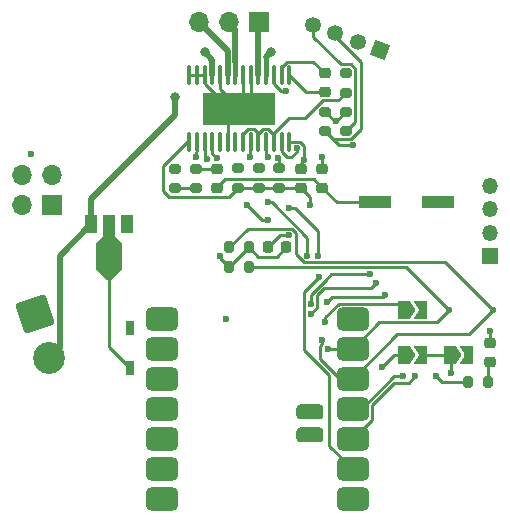
<source format=gbr>
%TF.GenerationSoftware,KiCad,Pcbnew,8.0.4*%
%TF.CreationDate,2025-06-19T10:42:41-04:00*%
%TF.ProjectId,foc_pcb,666f635f-7063-4622-9e6b-696361645f70,2.0*%
%TF.SameCoordinates,Original*%
%TF.FileFunction,Copper,L1,Top*%
%TF.FilePolarity,Positive*%
%FSLAX46Y46*%
G04 Gerber Fmt 4.6, Leading zero omitted, Abs format (unit mm)*
G04 Created by KiCad (PCBNEW 8.0.4) date 2025-06-19 10:42:41*
%MOMM*%
%LPD*%
G01*
G04 APERTURE LIST*
G04 Aperture macros list*
%AMRoundRect*
0 Rectangle with rounded corners*
0 $1 Rounding radius*
0 $2 $3 $4 $5 $6 $7 $8 $9 X,Y pos of 4 corners*
0 Add a 4 corners polygon primitive as box body*
4,1,4,$2,$3,$4,$5,$6,$7,$8,$9,$2,$3,0*
0 Add four circle primitives for the rounded corners*
1,1,$1+$1,$2,$3*
1,1,$1+$1,$4,$5*
1,1,$1+$1,$6,$7*
1,1,$1+$1,$8,$9*
0 Add four rect primitives between the rounded corners*
20,1,$1+$1,$2,$3,$4,$5,0*
20,1,$1+$1,$4,$5,$6,$7,0*
20,1,$1+$1,$6,$7,$8,$9,0*
20,1,$1+$1,$8,$9,$2,$3,0*%
%AMHorizOval*
0 Thick line with rounded ends*
0 $1 width*
0 $2 $3 position (X,Y) of the first rounded end (center of the circle)*
0 $4 $5 position (X,Y) of the second rounded end (center of the circle)*
0 Add line between two ends*
20,1,$1,$2,$3,$4,$5,0*
0 Add two circle primitives to create the rounded ends*
1,1,$1,$2,$3*
1,1,$1,$4,$5*%
%AMRotRect*
0 Rectangle, with rotation*
0 The origin of the aperture is its center*
0 $1 length*
0 $2 width*
0 $3 Rotation angle, in degrees counterclockwise*
0 Add horizontal line*
21,1,$1,$2,0,0,$3*%
%AMFreePoly0*
4,1,21,3.853536,1.103536,4.753536,0.203536,4.755000,0.200000,4.755000,-0.200000,4.753536,-0.203536,3.853536,-1.103536,3.850000,-1.105000,1.650000,-1.105000,1.646464,-1.103536,1.047928,-0.505000,-0.750000,-0.505000,-0.753536,-0.503536,-0.755000,-0.500000,-0.755000,0.500000,-0.753536,0.503536,-0.750000,0.505000,1.047928,0.505000,1.646464,1.103536,1.650000,1.105000,3.850000,1.105000,
3.853536,1.103536,3.853536,1.103536,$1*%
%AMFreePoly1*
4,1,6,1.000000,0.000000,0.500000,-0.750000,-0.500000,-0.750000,-0.500000,0.750000,0.500000,0.750000,1.000000,0.000000,1.000000,0.000000,$1*%
%AMFreePoly2*
4,1,6,0.500000,-0.750000,-0.650000,-0.750000,-0.150000,0.000000,-0.650000,0.750000,0.500000,0.750000,0.500000,-0.750000,0.500000,-0.750000,$1*%
G04 Aperture macros list end*
%TA.AperFunction,SMDPad,CuDef*%
%ADD10RoundRect,0.200000X-0.275000X0.200000X-0.275000X-0.200000X0.275000X-0.200000X0.275000X0.200000X0*%
%TD*%
%TA.AperFunction,SMDPad,CuDef*%
%ADD11RoundRect,0.218750X-0.256250X0.218750X-0.256250X-0.218750X0.256250X-0.218750X0.256250X0.218750X0*%
%TD*%
%TA.AperFunction,SMDPad,CuDef*%
%ADD12R,2.692400X1.092200*%
%TD*%
%TA.AperFunction,SMDPad,CuDef*%
%ADD13RoundRect,0.200000X0.200000X0.275000X-0.200000X0.275000X-0.200000X-0.275000X0.200000X-0.275000X0*%
%TD*%
%TA.AperFunction,SMDPad,CuDef*%
%ADD14RoundRect,0.225000X0.250000X-0.225000X0.250000X0.225000X-0.250000X0.225000X-0.250000X-0.225000X0*%
%TD*%
%TA.AperFunction,ComponentPad*%
%ADD15RoundRect,0.250001X-1.386080X0.706243X-0.706243X-1.386080X1.386080X-0.706243X0.706243X1.386080X0*%
%TD*%
%TA.AperFunction,ComponentPad*%
%ADD16C,2.700000*%
%TD*%
%TA.AperFunction,SMDPad,CuDef*%
%ADD17RoundRect,0.500000X0.875000X0.500000X-0.875000X0.500000X-0.875000X-0.500000X0.875000X-0.500000X0*%
%TD*%
%TA.AperFunction,SMDPad,CuDef*%
%ADD18RoundRect,0.317500X-0.825500X0.317500X-0.825500X-0.317500X0.825500X-0.317500X0.825500X0.317500X0*%
%TD*%
%TA.AperFunction,SMDPad,CuDef*%
%ADD19RoundRect,0.225000X-0.225000X-0.250000X0.225000X-0.250000X0.225000X0.250000X-0.225000X0.250000X0*%
%TD*%
%TA.AperFunction,ComponentPad*%
%ADD20R,1.700000X1.700000*%
%TD*%
%TA.AperFunction,ComponentPad*%
%ADD21O,1.700000X1.700000*%
%TD*%
%TA.AperFunction,SMDPad,CuDef*%
%ADD22R,0.730000X1.210000*%
%TD*%
%TA.AperFunction,ComponentPad*%
%ADD23R,1.350000X1.350000*%
%TD*%
%TA.AperFunction,ComponentPad*%
%ADD24O,1.350000X1.350000*%
%TD*%
%TA.AperFunction,SMDPad,CuDef*%
%ADD25R,1.000000X1.500000*%
%TD*%
%TA.AperFunction,SMDPad,CuDef*%
%ADD26FreePoly0,270.000000*%
%TD*%
%TA.AperFunction,SMDPad,CuDef*%
%ADD27RoundRect,0.200000X0.275000X-0.200000X0.275000X0.200000X-0.275000X0.200000X-0.275000X-0.200000X0*%
%TD*%
%TA.AperFunction,ComponentPad*%
%ADD28RotRect,1.350000X1.350000X250.000000*%
%TD*%
%TA.AperFunction,ComponentPad*%
%ADD29HorizOval,1.350000X0.000000X0.000000X0.000000X0.000000X0*%
%TD*%
%TA.AperFunction,SMDPad,CuDef*%
%ADD30O,0.343000X1.731500*%
%TD*%
%TA.AperFunction,SMDPad,CuDef*%
%ADD31R,6.200000X2.750000*%
%TD*%
%TA.AperFunction,SMDPad,CuDef*%
%ADD32FreePoly1,0.000000*%
%TD*%
%TA.AperFunction,SMDPad,CuDef*%
%ADD33FreePoly2,0.000000*%
%TD*%
%TA.AperFunction,SMDPad,CuDef*%
%ADD34RoundRect,0.225000X-0.250000X0.225000X-0.250000X-0.225000X0.250000X-0.225000X0.250000X0.225000X0*%
%TD*%
%TA.AperFunction,SMDPad,CuDef*%
%ADD35RoundRect,0.200000X-0.200000X-0.275000X0.200000X-0.275000X0.200000X0.275000X-0.200000X0.275000X0*%
%TD*%
%TA.AperFunction,ViaPad*%
%ADD36C,0.600000*%
%TD*%
%TA.AperFunction,ViaPad*%
%ADD37C,0.800000*%
%TD*%
%TA.AperFunction,Conductor*%
%ADD38C,0.250000*%
%TD*%
%TA.AperFunction,Conductor*%
%ADD39C,0.525000*%
%TD*%
%TA.AperFunction,Conductor*%
%ADD40C,0.450000*%
%TD*%
G04 APERTURE END LIST*
D10*
%TO.P,R1,1*%
%TO.N,/en*%
X319532000Y-134594000D03*
%TO.P,R1,2*%
%TO.N,Net-(U1-EN1)*%
X319532000Y-136244000D03*
%TD*%
D11*
%TO.P,D1,1,K*%
%TO.N,GND*%
X331724000Y-157480000D03*
%TO.P,D1,2,A*%
%TO.N,Net-(D1-A)*%
X331724000Y-159055000D03*
%TD*%
D12*
%TO.P,C5,1*%
%TO.N,VCC*%
X321957700Y-145542000D03*
%TO.P,C5,2*%
%TO.N,GND*%
X327266300Y-145542000D03*
%TD*%
D13*
%TO.P,R7,1*%
%TO.N,+3.3V*%
X311264000Y-149352000D03*
%TO.P,R7,2*%
%TO.N,/sda*%
X309614000Y-149352000D03*
%TD*%
D14*
%TO.P,C2,1*%
%TO.N,Net-(U1-CPL)*%
X317754000Y-136157000D03*
%TO.P,C2,2*%
%TO.N,Net-(U1-CPH)*%
X317754000Y-134607000D03*
%TD*%
D15*
%TO.P,J2,1,Pin_1*%
%TO.N,GND*%
X293162292Y-154983815D03*
D16*
%TO.P,J2,2,Pin_2*%
%TO.N,VCC*%
X294386000Y-158750000D03*
%TD*%
D17*
%TO.P,U3,1,PA02_A0_D0*%
%TO.N,/en*%
X320075517Y-170629833D03*
%TO.P,U3,2,PA4_A1_D1*%
%TO.N,/in1*%
X320075517Y-168089833D03*
%TO.P,U3,3,PA10_A2_D2*%
%TO.N,/in2*%
X320075517Y-165549833D03*
%TO.P,U3,4,PA11_A3_D3*%
%TO.N,/in3*%
X320075517Y-163009833D03*
%TO.P,U3,5,PA8_A4_D4_SDA*%
%TO.N,/sda*%
X320075517Y-160469833D03*
%TO.P,U3,6,PA9_A5_D5_SCL*%
%TO.N,/scl*%
X320075517Y-157929833D03*
%TO.P,U3,7,PB08_D6_TX*%
%TO.N,unconnected-(U3-PB08_D6_TX-Pad7)*%
X320075517Y-155389833D03*
%TO.P,U3,8,PB09_D7_RX*%
%TO.N,unconnected-(U3-PB09_D7_RX-Pad8)*%
X303910517Y-155389833D03*
%TO.P,U3,9,PA7_A8_D8_SCK*%
%TO.N,/esp_scl*%
X303910517Y-157929833D03*
%TO.P,U3,10,PA5_A9_D9_MISO*%
%TO.N,/esp_sda*%
X303910517Y-160469833D03*
%TO.P,U3,11,PA6_A10_D10_MOSI*%
%TO.N,unconnected-(U3-PA6_A10_D10_MOSI-Pad11)*%
X303910517Y-163009833D03*
%TO.P,U3,12,3V3*%
%TO.N,Net-(JP3-A)*%
X303910517Y-165549833D03*
%TO.P,U3,13,GND*%
%TO.N,GND*%
X303910517Y-168089833D03*
%TO.P,U3,14,5V*%
%TO.N,Net-(JP2-A)*%
X303910517Y-170629833D03*
D18*
%TO.P,U3,15,BAT+*%
%TO.N,unconnected-(U3-BAT+-Pad15)*%
X316465517Y-163304833D03*
%TO.P,U3,16,BAT-*%
%TO.N,unconnected-(U3-BAT--Pad16)*%
X316465516Y-165209833D03*
%TD*%
D19*
%TO.P,C4,1*%
%TO.N,GND*%
X312915000Y-149352000D03*
%TO.P,C4,2*%
%TO.N,+3.3V*%
X314465000Y-149352000D03*
%TD*%
D20*
%TO.P,J1,1,Pin_1*%
%TO.N,/out1*%
X312166000Y-130302000D03*
D21*
%TO.P,J1,2,Pin_2*%
%TO.N,/out2*%
X309626001Y-130302000D03*
%TO.P,J1,3,Pin_3*%
%TO.N,/out3*%
X307086001Y-130302000D03*
%TD*%
D22*
%TO.P,D2,A*%
%TO.N,+5V*%
X301244000Y-159569998D03*
%TO.P,D2,C*%
%TO.N,Net-(JP2-A)*%
X301244000Y-156210000D03*
%TD*%
D23*
%TO.P,J4,1,Pin_1*%
%TO.N,GND*%
X331724000Y-150114000D03*
D24*
%TO.P,J4,2,Pin_2*%
%TO.N,+3.3V*%
X331724000Y-148113999D03*
%TO.P,J4,3,Pin_3*%
%TO.N,/sda*%
X331724000Y-146114000D03*
%TO.P,J4,4,Pin_4*%
%TO.N,/scl*%
X331724000Y-144114000D03*
%TD*%
D25*
%TO.P,VR1,1,ADJUSTMENT*%
%TO.N,Net-(VR1-ADJUSTMENT)*%
X300966000Y-147352000D03*
D26*
%TO.P,VR1,2,OUTPUT*%
%TO.N,+5V*%
X299466000Y-147351999D03*
D25*
%TO.P,VR1,3,INPUT*%
%TO.N,VCC*%
X297966000Y-147352000D03*
%TD*%
D27*
%TO.P,R4,1*%
%TO.N,Net-(VR1-ADJUSTMENT)*%
X306832000Y-144335000D03*
%TO.P,R4,2*%
%TO.N,GND*%
X306832000Y-142685000D03*
%TD*%
D28*
%TO.P,J5,1,Pin_1*%
%TO.N,GND*%
X322376156Y-132608121D03*
D29*
%TO.P,J5,2,Pin_2*%
%TO.N,unconnected-(J5-Pin_2-Pad2)*%
X320496771Y-131924081D03*
%TO.P,J5,3,Pin_3*%
%TO.N,/esp_sda*%
X318617386Y-131240039D03*
%TO.P,J5,4,Pin_4*%
%TO.N,/esp_scl*%
X316738000Y-130556000D03*
%TD*%
D30*
%TO.P,U1,1,CPL*%
%TO.N,Net-(U1-CPL)*%
X314706000Y-134730000D03*
%TO.P,U1,2,CPH*%
%TO.N,Net-(U1-CPH)*%
X314056000Y-134730000D03*
%TO.P,U1,3,VCP*%
%TO.N,Net-(U1-VCP)*%
X313406000Y-134730000D03*
%TO.P,U1,4,VM*%
%TO.N,VCC*%
X312756000Y-134730000D03*
%TO.P,U1,5,OUT1*%
%TO.N,/out1*%
X312106000Y-134729999D03*
%TO.P,U1,6,PGND1*%
%TO.N,GND*%
X311456000Y-134730000D03*
%TO.P,U1,7,PGND2*%
X310806000Y-134730000D03*
%TO.P,U1,8,OUT2*%
%TO.N,/out2*%
X310156000Y-134730000D03*
%TO.P,U1,9,OUT3*%
%TO.N,/out3*%
X309506000Y-134730000D03*
%TO.P,U1,10,PGND3*%
%TO.N,GND*%
X308856000Y-134729999D03*
%TO.P,U1,11,VM*%
%TO.N,VCC*%
X308206000Y-134730000D03*
%TO.P,U1,12,COMPP*%
%TO.N,GND*%
X307556000Y-134730000D03*
%TO.P,U1,13,COMPN*%
X306906000Y-134730000D03*
%TO.P,U1,14,GND*%
X306256000Y-134730000D03*
%TO.P,U1,15,V3P3*%
%TO.N,/v3p3*%
X306256000Y-140462000D03*
%TO.P,U1,16,~{RESET}*%
%TO.N,/nRes*%
X306906000Y-140462000D03*
%TO.P,U1,17,~{SLEEP}*%
%TO.N,/nSlp*%
X307556000Y-140462000D03*
%TO.P,U1,18,~{FAULT}*%
%TO.N,/fault*%
X308206000Y-140462000D03*
%TO.P,U1,19,~{COMPO}*%
%TO.N,unconnected-(U1-~{COMPO}-Pad19)*%
X308856000Y-140462001D03*
%TO.P,U1,20,GND*%
%TO.N,GND*%
X309506000Y-140462000D03*
%TO.P,U1,21,NC*%
%TO.N,unconnected-(U1-NC-Pad21)*%
X310156000Y-140462000D03*
%TO.P,U1,22,EN3*%
%TO.N,Net-(U1-EN1)*%
X310806000Y-140462000D03*
%TO.P,U1,23,IN3*%
%TO.N,/in3*%
X311456000Y-140462000D03*
%TO.P,U1,24,EN2*%
%TO.N,Net-(U1-EN1)*%
X312106000Y-140462001D03*
%TO.P,U1,25,IN2*%
%TO.N,/in2*%
X312756000Y-140462000D03*
%TO.P,U1,26,EN1*%
%TO.N,Net-(U1-EN1)*%
X313406000Y-140462000D03*
%TO.P,U1,27,IN1*%
%TO.N,/in1*%
X314056000Y-140462000D03*
%TO.P,U1,28,GND*%
%TO.N,GND*%
X314706000Y-140462000D03*
D31*
%TO.P,U1,29,EXP*%
X310481000Y-137596000D03*
%TD*%
D10*
%TO.P,R6,1*%
%TO.N,/nRes*%
X310388000Y-142635000D03*
%TO.P,R6,2*%
%TO.N,/v3p3*%
X310388000Y-144285000D03*
%TD*%
D32*
%TO.P,JP3,1,A*%
%TO.N,Net-(JP3-A)*%
X324432000Y-158496000D03*
D33*
%TO.P,JP3,2,B*%
%TO.N,+3.3V*%
X325882000Y-158496000D03*
%TD*%
D34*
%TO.P,C1,1*%
%TO.N,Net-(U1-VCP)*%
X317500000Y-142735000D03*
%TO.P,C1,2*%
%TO.N,VCC*%
X317500000Y-144285000D03*
%TD*%
D27*
%TO.P,R10,1*%
%TO.N,/esp_scl*%
X319532000Y-139509000D03*
%TO.P,R10,2*%
%TO.N,+3.3V*%
X319532000Y-137859000D03*
%TD*%
D10*
%TO.P,R9,1*%
%TO.N,/fault*%
X313884000Y-142635000D03*
%TO.P,R9,2*%
%TO.N,/v3p3*%
X313884000Y-144285000D03*
%TD*%
D35*
%TO.P,R2,1*%
%TO.N,+5V*%
X329883000Y-160782000D03*
%TO.P,R2,2*%
%TO.N,Net-(D1-A)*%
X331533000Y-160782000D03*
%TD*%
D32*
%TO.P,JP2,1,A*%
%TO.N,Net-(JP2-A)*%
X324432000Y-154686000D03*
D33*
%TO.P,JP2,2,B*%
%TO.N,+5V*%
X325882000Y-154686000D03*
%TD*%
D14*
%TO.P,C3,1*%
%TO.N,VCC*%
X308610000Y-144285000D03*
%TO.P,C3,2*%
%TO.N,GND*%
X308610000Y-142735000D03*
%TD*%
D35*
%TO.P,R5,1*%
%TO.N,+3.3V*%
X309614000Y-151003000D03*
%TO.P,R5,2*%
%TO.N,/scl*%
X311264000Y-151003000D03*
%TD*%
D20*
%TO.P,J3,1,Pin_1*%
%TO.N,GND*%
X294640000Y-145796000D03*
D21*
%TO.P,J3,2,Pin_2*%
X292100000Y-145796000D03*
%TO.P,J3,3,Pin_3*%
%TO.N,+5V*%
X294640000Y-143256000D03*
%TO.P,J3,4,Pin_4*%
%TO.N,+3.3V*%
X292100000Y-143256000D03*
%TD*%
D34*
%TO.P,C6,1*%
%TO.N,GND*%
X315722000Y-142748000D03*
%TO.P,C6,2*%
%TO.N,/v3p3*%
X315722000Y-144298000D03*
%TD*%
D27*
%TO.P,R11,1*%
%TO.N,/esp_sda*%
X317754000Y-139509000D03*
%TO.P,R11,2*%
%TO.N,+3.3V*%
X317754000Y-137859000D03*
%TD*%
D32*
%TO.P,JP1,1,A*%
%TO.N,+3.3V*%
X328279000Y-158496000D03*
D33*
%TO.P,JP1,2,B*%
%TO.N,/v3p3*%
X329729000Y-158496000D03*
%TD*%
D10*
%TO.P,R3,1*%
%TO.N,+5V*%
X305054000Y-142685000D03*
%TO.P,R3,2*%
%TO.N,Net-(VR1-ADJUSTMENT)*%
X305054000Y-144335000D03*
%TD*%
%TO.P,R8,1*%
%TO.N,/nSlp*%
X312166000Y-142635000D03*
%TO.P,R8,2*%
%TO.N,/v3p3*%
X312166000Y-144285000D03*
%TD*%
D36*
%TO.N,GND*%
X331724000Y-156464000D03*
X315976000Y-141986000D03*
X311912000Y-136906000D03*
X308864000Y-137922000D03*
X310896000Y-136906000D03*
X306832000Y-142748000D03*
X309880000Y-137922000D03*
X314706000Y-148336000D03*
X310896000Y-137922000D03*
X303910517Y-168089833D03*
X309880000Y-136906000D03*
X308864000Y-136906000D03*
X327152000Y-145542000D03*
X311912000Y-137922000D03*
%TO.N,+3.3V*%
X309372000Y-155448000D03*
X318707000Y-138684000D03*
X292862000Y-141478000D03*
X328422000Y-160020000D03*
X308864000Y-150114000D03*
D37*
%TO.N,VCC*%
X305054000Y-136652000D03*
X307594000Y-132842000D03*
D36*
X308610000Y-144272000D03*
D37*
X313182000Y-132842000D03*
D36*
%TO.N,Net-(U1-VCP)*%
X317500000Y-141732000D03*
X314452000Y-136144000D03*
%TO.N,+5V*%
X325936903Y-154686336D03*
X299466000Y-147320000D03*
X327152000Y-160274000D03*
X305054000Y-142685000D03*
%TO.N,/v3p3*%
X329783903Y-158496618D03*
X316484000Y-145796000D03*
%TO.N,Net-(JP2-A)*%
X303973727Y-170635947D03*
X317754000Y-155702000D03*
X301244000Y-156210000D03*
%TO.N,Net-(JP3-A)*%
X303910517Y-165549833D03*
X322580000Y-159512000D03*
%TO.N,/sda*%
X317453299Y-157155948D03*
X331978000Y-154686000D03*
%TO.N,/scl*%
X328242000Y-154686000D03*
X318008000Y-157988000D03*
%TO.N,/nSlp*%
X307722741Y-141842095D03*
X312166000Y-142635000D03*
%TO.N,/fault*%
X313732478Y-141744677D03*
X308560481Y-141785001D03*
%TO.N,/nRes*%
X306832000Y-141732000D03*
X310388000Y-142635000D03*
%TO.N,/esp_sda*%
X303910517Y-160469833D03*
X322072000Y-152400000D03*
X320084000Y-140716000D03*
X316528000Y-154978003D03*
%TO.N,/esp_scl*%
X321564000Y-151638000D03*
X316528000Y-154178000D03*
X303910517Y-157929833D03*
X319532000Y-139446000D03*
%TO.N,/en*%
X320075517Y-170629833D03*
X319532000Y-134620000D03*
X322834000Y-153416000D03*
X317921647Y-154010353D03*
%TO.N,/in1*%
X315377500Y-140970000D03*
X317111881Y-150074001D03*
X314706000Y-146050000D03*
X317246000Y-151892000D03*
%TO.N,/in2*%
X312928000Y-145542000D03*
X312928000Y-141732000D03*
X325374000Y-160274000D03*
X316239323Y-150074000D03*
%TO.N,/in3*%
X324358000Y-160274000D03*
X311404000Y-141732000D03*
X311150000Y-145796000D03*
X312928000Y-147066000D03*
%TO.N,Net-(VR1-ADJUSTMENT)*%
X305054000Y-144335000D03*
X300966000Y-147352000D03*
%TD*%
D38*
%TO.N,GND*%
X306832000Y-142748000D02*
X307010000Y-142685000D01*
X315976000Y-140787854D02*
X315976000Y-141986000D01*
X314706000Y-140462000D02*
X314750000Y-140418000D01*
X306832000Y-142685000D02*
X306832000Y-142748000D01*
X309880000Y-136906000D02*
X309880000Y-136995000D01*
X312915000Y-149352000D02*
X313931000Y-148336000D01*
X308864000Y-136784407D02*
X308864000Y-136906000D01*
X310806000Y-134730000D02*
X310806000Y-137271000D01*
X309675593Y-137596000D02*
X309880000Y-137922000D01*
X306845000Y-142735000D02*
X306832000Y-142748000D01*
X310806000Y-137271000D02*
X310481000Y-137596000D01*
X307556000Y-134730000D02*
X307556000Y-135476407D01*
X309506000Y-138571000D02*
X310481000Y-137596000D01*
X315722000Y-142240000D02*
X315976000Y-141986000D01*
X315722000Y-142748000D02*
X315722000Y-142240000D01*
X313931000Y-148336000D02*
X314706000Y-148336000D01*
X311456000Y-136621000D02*
X310481000Y-137596000D01*
X308856000Y-135971000D02*
X309791000Y-136906000D01*
X308985593Y-136906000D02*
X309675593Y-137596000D01*
X309880000Y-137922000D02*
X310481000Y-137596000D01*
X311456000Y-134730000D02*
X311456000Y-136621000D01*
X306256000Y-134730000D02*
X306906000Y-134730000D01*
X314750000Y-140418000D02*
X315606146Y-140418000D01*
X315606146Y-140418000D02*
X315976000Y-140787854D01*
X307556000Y-135476407D02*
X308864000Y-136784407D01*
X308610000Y-142735000D02*
X306845000Y-142735000D01*
X331724000Y-157480000D02*
X331724000Y-156464000D01*
X307556000Y-134730000D02*
X306906000Y-134730000D01*
X309506000Y-140462000D02*
X309506000Y-138571000D01*
X309880000Y-136995000D02*
X310481000Y-137596000D01*
X309791000Y-136906000D02*
X309880000Y-136906000D01*
X308856000Y-134729999D02*
X308856000Y-135971000D01*
X308864000Y-136906000D02*
X308985593Y-136906000D01*
%TO.N,+3.3V*%
X308864000Y-150114000D02*
X308864000Y-150253000D01*
X325882000Y-158496000D02*
X328279000Y-158496000D01*
X328422000Y-160020000D02*
X328422000Y-158639000D01*
X318707000Y-138684000D02*
X319532000Y-137859000D01*
X308864000Y-150253000D02*
X309614000Y-151003000D01*
X309614000Y-151002000D02*
X311264000Y-149352000D01*
X312064000Y-150152000D02*
X313665000Y-150152000D01*
X318579000Y-138684000D02*
X318707000Y-138684000D01*
X311264000Y-149352000D02*
X312064000Y-150152000D01*
X313665000Y-150152000D02*
X314465000Y-149352000D01*
X309614000Y-151003000D02*
X309614000Y-151002000D01*
X317754000Y-137859000D02*
X318579000Y-138684000D01*
X328422000Y-158639000D02*
X328279000Y-158496000D01*
%TO.N,Net-(U1-CPL)*%
X317754000Y-136157000D02*
X316133000Y-136157000D01*
X316133000Y-136157000D02*
X314706000Y-134730000D01*
%TO.N,Net-(U1-CPH)*%
X314530581Y-133612250D02*
X316759250Y-133612250D01*
X314056000Y-134730000D02*
X314056000Y-134086831D01*
X314056000Y-134086831D02*
X314530581Y-133612250D01*
X316759250Y-133612250D02*
X317754000Y-134607000D01*
%TO.N,VCC*%
X308610000Y-144285000D02*
X308610000Y-144285000D01*
X316811000Y-143596000D02*
X309299000Y-143596000D01*
D39*
X297966000Y-145264000D02*
X297966000Y-147352000D01*
X295264985Y-150053015D02*
X297966000Y-147352000D01*
X307594000Y-132842000D02*
X308206000Y-133454000D01*
X308206000Y-133454000D02*
X308206000Y-134730000D01*
D38*
X309299000Y-143596000D02*
X308623000Y-144272000D01*
D39*
X305054000Y-136652000D02*
X305054000Y-138176000D01*
X305054000Y-138176000D02*
X297966000Y-145264000D01*
D38*
X318757000Y-145542000D02*
X317500000Y-144285000D01*
D39*
X312756000Y-133268000D02*
X313182000Y-132842000D01*
X295264985Y-157871015D02*
X295264985Y-150053015D01*
D40*
X312756000Y-134730000D02*
X312756000Y-133268000D01*
D38*
X317500000Y-144285000D02*
X316811000Y-143596000D01*
D39*
X294386000Y-158750000D02*
X295264985Y-157871015D01*
D38*
X308623000Y-144272000D02*
X308610000Y-144272000D01*
X321957700Y-145542000D02*
X318757000Y-145542000D01*
X308610000Y-144272000D02*
X308610000Y-144285000D01*
%TO.N,Net-(U1-VCP)*%
X317500000Y-142735000D02*
X317500000Y-141732000D01*
X313406000Y-135502750D02*
X313406000Y-134730000D01*
X314452000Y-136144000D02*
X314047250Y-136144000D01*
X314047250Y-136144000D02*
X313406000Y-135502750D01*
%TO.N,+5V*%
X327152000Y-160274000D02*
X327660000Y-160782000D01*
X299466000Y-157791998D02*
X299466000Y-147351999D01*
X327660000Y-160782000D02*
X329883000Y-160782000D01*
X301244000Y-159569998D02*
X299466000Y-157791998D01*
%TO.N,/v3p3*%
X304038000Y-144542004D02*
X304038000Y-142477996D01*
X316484000Y-145796000D02*
X316484000Y-145060000D01*
X313884000Y-144285000D02*
X315709000Y-144285000D01*
X316484000Y-145060000D02*
X315722000Y-144298000D01*
X306053996Y-140462000D02*
X306256000Y-140462000D01*
X310388000Y-144285000D02*
X309613000Y-145060000D01*
X315709000Y-144285000D02*
X315722000Y-144298000D01*
X310388000Y-144285000D02*
X313884000Y-144285000D01*
X304038000Y-142477996D02*
X306053996Y-140462000D01*
X304555996Y-145060000D02*
X304038000Y-144542004D01*
X309613000Y-145060000D02*
X304555996Y-145060000D01*
%TO.N,Net-(D1-A)*%
X331533000Y-159246000D02*
X331724000Y-159055000D01*
X331533000Y-160782000D02*
X331533000Y-159246000D01*
%TO.N,Net-(JP2-A)*%
X323883833Y-154137833D02*
X324432000Y-154686000D01*
X317754000Y-155702000D02*
X317754000Y-155265590D01*
X317754000Y-155265590D02*
X318881757Y-154137833D01*
X318881757Y-154137833D02*
X323883833Y-154137833D01*
%TO.N,Net-(JP3-A)*%
X323596000Y-158496000D02*
X324432000Y-158496000D01*
X322580000Y-159512000D02*
X323596000Y-158496000D01*
%TO.N,Net-(U1-EN1)*%
X313406000Y-139689250D02*
X314665250Y-138430000D01*
X313406000Y-140462000D02*
X313406000Y-139818831D01*
X312106000Y-140462001D02*
X312106000Y-139689251D01*
X314665250Y-138430000D02*
X316063234Y-138430000D01*
X317587234Y-136906000D02*
X318870000Y-136906000D01*
X312106000Y-139689251D02*
X311760999Y-139344250D01*
X313406000Y-139818831D02*
X312931419Y-139344250D01*
X311760999Y-139344250D02*
X311251750Y-139344250D01*
X316063234Y-138430000D02*
X317587234Y-136906000D01*
X310806000Y-139790000D02*
X310806000Y-140462000D01*
X318870000Y-136906000D02*
X319532000Y-136244000D01*
X312521750Y-139344250D02*
X312106000Y-139760000D01*
X313406000Y-140462000D02*
X313406000Y-139689250D01*
X311251750Y-139344250D02*
X310806000Y-139790000D01*
X312931419Y-139344250D02*
X312521750Y-139344250D01*
X312106000Y-139760000D02*
X312106000Y-140462001D01*
%TO.N,/sda*%
X317283000Y-158787000D02*
X318965833Y-160469833D01*
X317283000Y-157687695D02*
X317283000Y-158787000D01*
X314934646Y-147784000D02*
X311182000Y-147784000D01*
X311182000Y-147784000D02*
X309614000Y-149352000D01*
X315258000Y-148107354D02*
X314934646Y-147784000D01*
X331978000Y-154686000D02*
X327918000Y-150626000D01*
X315258000Y-149904000D02*
X315258000Y-148107354D01*
X317453299Y-157517396D02*
X317283000Y-157687695D01*
X323827350Y-156718000D02*
X320075517Y-160469833D01*
X329946000Y-156718000D02*
X323827350Y-156718000D01*
X327918000Y-150626000D02*
X315980000Y-150626000D01*
X318965833Y-160469833D02*
X320075517Y-160469833D01*
X317453299Y-157155948D02*
X317453299Y-157517396D01*
X331978000Y-154686000D02*
X329946000Y-156718000D01*
X315980000Y-150626000D02*
X315258000Y-149904000D01*
%TO.N,/scl*%
X328242000Y-154686000D02*
X327235000Y-155693000D01*
X318008000Y-157988000D02*
X320017350Y-157988000D01*
X322312350Y-155693000D02*
X320075517Y-157929833D01*
X328242000Y-154686000D02*
X324559000Y-151003000D01*
X327235000Y-155693000D02*
X322312350Y-155693000D01*
X324559000Y-151003000D02*
X311264000Y-151003000D01*
X320017350Y-157988000D02*
X320075517Y-157929833D01*
%TO.N,/nSlp*%
X307722741Y-141842095D02*
X307556000Y-141675354D01*
X307556000Y-141675354D02*
X307556000Y-140462000D01*
%TO.N,/fault*%
X313884000Y-142635000D02*
X313884000Y-141896199D01*
X308206000Y-141430520D02*
X308206000Y-140462000D01*
X313884000Y-141896199D02*
X313732478Y-141744677D01*
X308560481Y-141785001D02*
X308206000Y-141430520D01*
%TO.N,/nRes*%
X306832000Y-141732000D02*
X306832000Y-141282407D01*
X306906000Y-141208407D02*
X306906000Y-140462000D01*
X306832000Y-141282407D02*
X306906000Y-141208407D01*
D40*
%TO.N,/out2*%
X310156000Y-134730000D02*
X310156000Y-133682250D01*
D39*
X310156000Y-133682250D02*
X310156000Y-130831999D01*
X310156000Y-130831999D02*
X309626001Y-130302000D01*
%TO.N,/out3*%
X309504000Y-134728000D02*
X309504000Y-132719999D01*
X309506000Y-134730000D02*
X309504000Y-134728000D01*
X309504000Y-132719999D02*
X307086001Y-130302000D01*
%TO.N,/out1*%
X312106000Y-133540068D02*
X312104000Y-133538068D01*
X312104000Y-130364000D02*
X312166000Y-130302000D01*
X312106000Y-134729999D02*
X312106000Y-133540068D01*
X312104000Y-133538068D02*
X312104000Y-130364000D01*
D38*
%TO.N,/esp_sda*%
X318453000Y-140208000D02*
X317754000Y-139509000D01*
X322072000Y-152400000D02*
X321651000Y-152821000D01*
X321651000Y-152821000D02*
X317612158Y-152821000D01*
X319952766Y-140208000D02*
X318453000Y-140208000D01*
X318617386Y-131458910D02*
X320802000Y-133643524D01*
X320802000Y-133643524D02*
X320802000Y-139358766D01*
X317754000Y-139509000D02*
X318961000Y-140716000D01*
X317080000Y-154426003D02*
X316528000Y-154978003D01*
X317612158Y-152821000D02*
X317080000Y-153353158D01*
X318617386Y-131240039D02*
X318617386Y-131458910D01*
X320802000Y-139358766D02*
X319952766Y-140208000D01*
X317080000Y-153353158D02*
X317080000Y-154426003D01*
X318961000Y-140716000D02*
X320084000Y-140716000D01*
%TO.N,/esp_scl*%
X319532000Y-139446000D02*
X319532000Y-139509000D01*
X320294000Y-138747000D02*
X319595000Y-139446000D01*
X316738000Y-131510594D02*
X319085406Y-133858000D01*
X318262000Y-151638000D02*
X317798000Y-152102000D01*
X319085406Y-133858000D02*
X319915766Y-133858000D01*
X317474646Y-152444000D02*
X317456000Y-152444000D01*
X317798000Y-152102000D02*
X317798000Y-152120646D01*
X321564000Y-151638000D02*
X318262000Y-151638000D01*
X316738000Y-130556000D02*
X316738000Y-131510594D01*
X319595000Y-139446000D02*
X319532000Y-139446000D01*
X317798000Y-152120646D02*
X317474646Y-152444000D01*
X319532000Y-139509000D02*
X319532000Y-139509000D01*
X319915766Y-133858000D02*
X320294000Y-134236234D01*
X320294000Y-134236234D02*
X320294000Y-138747000D01*
X316528000Y-153372000D02*
X316528000Y-154178000D01*
X317456000Y-152444000D02*
X316528000Y-153372000D01*
%TO.N,/en*%
X317921647Y-154010353D02*
X318346167Y-153585833D01*
X322664167Y-153585833D02*
X322834000Y-153416000D01*
X318346167Y-153585833D02*
X322664167Y-153585833D01*
%TO.N,/in1*%
X315214000Y-146050000D02*
X314706000Y-146050000D01*
X317111881Y-147947881D02*
X315214000Y-146050000D01*
X314884628Y-141732000D02*
X315377500Y-141239128D01*
X315976000Y-158013158D02*
X318114517Y-160151675D01*
X318114517Y-166128833D02*
X320075517Y-168089833D01*
X314553250Y-141732000D02*
X314884628Y-141732000D01*
X315976000Y-153162000D02*
X315976000Y-158013158D01*
X315377500Y-141239128D02*
X315377500Y-140970000D01*
X314056000Y-140462000D02*
X314056000Y-141234750D01*
X317111881Y-150074001D02*
X317111881Y-147947881D01*
X317246000Y-151892000D02*
X315976000Y-153162000D01*
X318114517Y-160151675D02*
X318114517Y-166128833D01*
X314056000Y-141234750D02*
X314553250Y-141732000D01*
%TO.N,/in2*%
X323577158Y-160826000D02*
X321702517Y-162700641D01*
X316239323Y-148555519D02*
X313225804Y-145542000D01*
X316239323Y-150074000D02*
X316239323Y-148555519D01*
X325374000Y-160274000D02*
X324822000Y-160826000D01*
X321702517Y-162700641D02*
X321702517Y-163922833D01*
X312756000Y-141560000D02*
X312928000Y-141732000D01*
X324822000Y-160826000D02*
X323577158Y-160826000D01*
X313225804Y-145542000D02*
X312928000Y-145542000D01*
X312756000Y-140462000D02*
X312756000Y-141560000D01*
X321702517Y-163922833D02*
X320075517Y-165549833D01*
%TO.N,/in3*%
X311404000Y-141732000D02*
X311404000Y-140514000D01*
X324358000Y-160274000D02*
X323596000Y-160274000D01*
X312928000Y-147066000D02*
X312420000Y-147066000D01*
X320860167Y-163009833D02*
X320075517Y-163009833D01*
X323596000Y-160274000D02*
X320860167Y-163009833D01*
X312420000Y-147066000D02*
X311150000Y-145796000D01*
X311404000Y-140514000D02*
X311456000Y-140462000D01*
%TO.N,Net-(VR1-ADJUSTMENT)*%
X305054000Y-144335000D02*
X306832000Y-144335000D01*
%TD*%
M02*

</source>
